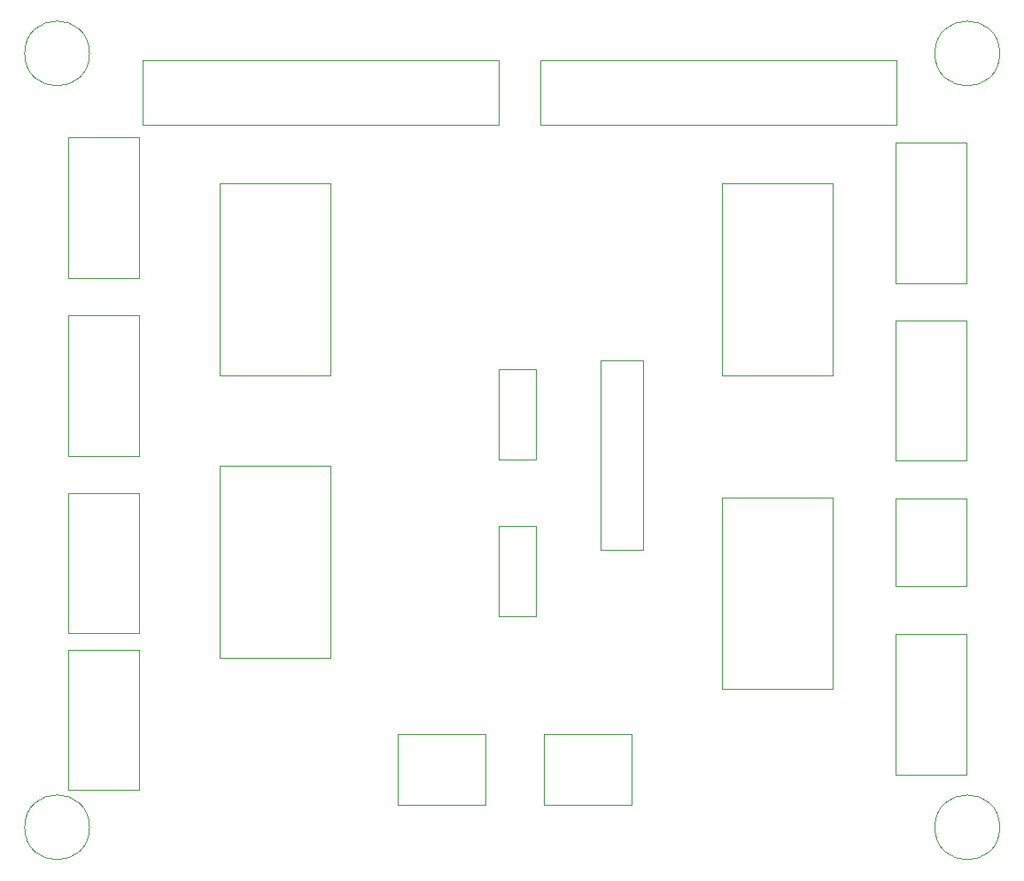
<source format=gbr>
%TF.GenerationSoftware,KiCad,Pcbnew,6.0.6-3a73a75311~116~ubuntu20.04.1*%
%TF.CreationDate,2022-07-26T07:47:01+01:00*%
%TF.ProjectId,blanking_board,626c616e-6b69-46e6-975f-626f6172642e,rev?*%
%TF.SameCoordinates,Original*%
%TF.FileFunction,Other,User*%
%FSLAX46Y46*%
G04 Gerber Fmt 4.6, Leading zero omitted, Abs format (unit mm)*
G04 Created by KiCad (PCBNEW 6.0.6-3a73a75311~116~ubuntu20.04.1) date 2022-07-26 07:47:01*
%MOMM*%
%LPD*%
G01*
G04 APERTURE LIST*
%ADD10C,0.050000*%
G04 APERTURE END LIST*
D10*
%TO.C,JP2*%
X147800000Y-104850000D02*
X147800000Y-96200000D01*
X144200000Y-104850000D02*
X147800000Y-104850000D01*
X147800000Y-96200000D02*
X144200000Y-96200000D01*
X144200000Y-96200000D02*
X144200000Y-104850000D01*
%TO.C,J6*%
X109850000Y-121450000D02*
X109850000Y-108050000D01*
X103100000Y-121450000D02*
X109850000Y-121450000D01*
X103100000Y-108050000D02*
X103100000Y-121450000D01*
X109850000Y-108050000D02*
X103100000Y-108050000D01*
%TO.C,U2*%
X176100000Y-63450000D02*
X165550000Y-63450000D01*
X176100000Y-81800000D02*
X176100000Y-63450000D01*
X165550000Y-81800000D02*
X176100000Y-81800000D01*
X165550000Y-63450000D02*
X165550000Y-81800000D01*
%TO.C,J11*%
X110200000Y-51650000D02*
X110200000Y-57800000D01*
X144250000Y-51650000D02*
X110200000Y-51650000D01*
X144250000Y-57800000D02*
X144250000Y-51650000D01*
X110200000Y-57800000D02*
X144250000Y-57800000D01*
%TO.C,J12*%
X148200000Y-57800000D02*
X182250000Y-57800000D01*
X182250000Y-57800000D02*
X182250000Y-51650000D01*
X182250000Y-51650000D02*
X148200000Y-51650000D01*
X148200000Y-51650000D02*
X148200000Y-57800000D01*
%TO.C,JP1*%
X144200000Y-81200000D02*
X144200000Y-89850000D01*
X144200000Y-89850000D02*
X147800000Y-89850000D01*
X147800000Y-89850000D02*
X147800000Y-81200000D01*
X147800000Y-81200000D02*
X144200000Y-81200000D01*
%TO.C,R1*%
X153950000Y-98450000D02*
X158050000Y-98450000D01*
X158050000Y-98450000D02*
X158050000Y-80310000D01*
X158050000Y-80310000D02*
X153950000Y-80310000D01*
X153950000Y-80310000D02*
X153950000Y-98450000D01*
%TO.C,U1*%
X176100000Y-93450000D02*
X165550000Y-93450000D01*
X176100000Y-111800000D02*
X176100000Y-93450000D01*
X165550000Y-111800000D02*
X176100000Y-111800000D01*
X165550000Y-93450000D02*
X165550000Y-111800000D01*
%TO.C,U3*%
X117550000Y-90450000D02*
X117550000Y-108800000D01*
X117550000Y-108800000D02*
X128100000Y-108800000D01*
X128100000Y-108800000D02*
X128100000Y-90450000D01*
X128100000Y-90450000D02*
X117550000Y-90450000D01*
%TO.C,U4*%
X117550000Y-63450000D02*
X117550000Y-81800000D01*
X117550000Y-81800000D02*
X128100000Y-81800000D01*
X128100000Y-81800000D02*
X128100000Y-63450000D01*
X128100000Y-63450000D02*
X117550000Y-63450000D01*
%TO.C,J1*%
X182150000Y-72950000D02*
X188900000Y-72950000D01*
X188900000Y-72950000D02*
X188900000Y-59550000D01*
X188900000Y-59550000D02*
X182150000Y-59550000D01*
X182150000Y-59550000D02*
X182150000Y-72950000D01*
%TO.C,J2*%
X182150000Y-76550000D02*
X182150000Y-89950000D01*
X188900000Y-76550000D02*
X182150000Y-76550000D01*
X188900000Y-89950000D02*
X188900000Y-76550000D01*
X182150000Y-89950000D02*
X188900000Y-89950000D01*
%TO.C,J3*%
X109850000Y-106450000D02*
X109850000Y-93050000D01*
X103100000Y-106450000D02*
X109850000Y-106450000D01*
X103100000Y-93050000D02*
X103100000Y-106450000D01*
X109850000Y-93050000D02*
X103100000Y-93050000D01*
%TO.C,J4*%
X182150000Y-93550000D02*
X182150000Y-101950000D01*
X188900000Y-93550000D02*
X182150000Y-93550000D01*
X188900000Y-101950000D02*
X188900000Y-93550000D01*
X182150000Y-101950000D02*
X188900000Y-101950000D01*
%TO.C,J5*%
X109850000Y-72450000D02*
X109850000Y-59050000D01*
X103100000Y-72450000D02*
X109850000Y-72450000D01*
X103100000Y-59050000D02*
X103100000Y-72450000D01*
X109850000Y-59050000D02*
X103100000Y-59050000D01*
%TO.C,J7*%
X109850000Y-76050000D02*
X103100000Y-76050000D01*
X103100000Y-76050000D02*
X103100000Y-89450000D01*
X103100000Y-89450000D02*
X109850000Y-89450000D01*
X109850000Y-89450000D02*
X109850000Y-76050000D01*
%TO.C,J8*%
X182150000Y-119950000D02*
X188900000Y-119950000D01*
X188900000Y-119950000D02*
X188900000Y-106550000D01*
X188900000Y-106550000D02*
X182150000Y-106550000D01*
X182150000Y-106550000D02*
X182150000Y-119950000D01*
%TO.C,J9*%
X142950000Y-122850000D02*
X142950000Y-116100000D01*
X142950000Y-116100000D02*
X134550000Y-116100000D01*
X134550000Y-116100000D02*
X134550000Y-122850000D01*
X134550000Y-122850000D02*
X142950000Y-122850000D01*
%TO.C,J10*%
X148550000Y-122850000D02*
X156950000Y-122850000D01*
X148550000Y-116100000D02*
X148550000Y-122850000D01*
X156950000Y-116100000D02*
X148550000Y-116100000D01*
X156950000Y-122850000D02*
X156950000Y-116100000D01*
%TO.C,H1*%
X105100000Y-51000000D02*
G75*
G03*
X105100000Y-51000000I-3100000J0D01*
G01*
%TO.C,H2*%
X105100000Y-125000000D02*
G75*
G03*
X105100000Y-125000000I-3100000J0D01*
G01*
%TO.C,H3*%
X192100000Y-125000000D02*
G75*
G03*
X192100000Y-125000000I-3100000J0D01*
G01*
%TO.C,H4*%
X192100000Y-51000000D02*
G75*
G03*
X192100000Y-51000000I-3100000J0D01*
G01*
%TD*%
M02*

</source>
